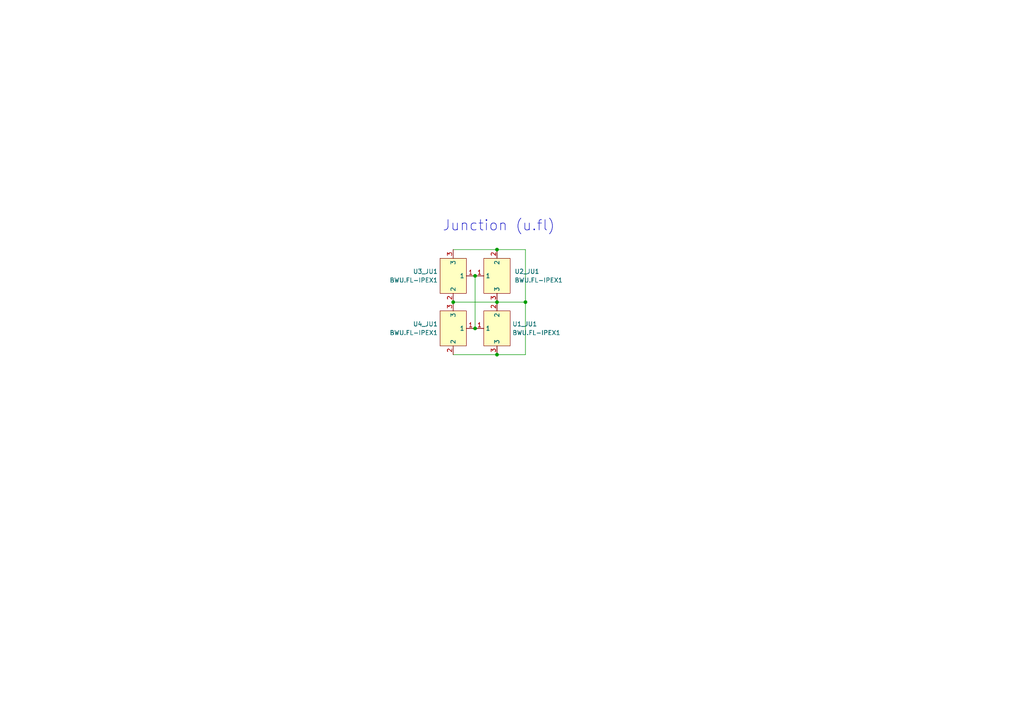
<source format=kicad_sch>
(kicad_sch (version 20231120) (generator "eeschema") (generator_version "8.0")
  (paper "A4")
  (lib_symbols
    (symbol "easyeda2kicad:BWU.FL-IPEX1"
      (property "Reference" "U" (at 0 12.7 0))
      (property "Value" "BWU.FL-IPEX1" (at 0 -12.7 0))
      (symbol "BWU.FL-IPEX1_0_1"
        (rectangle (start -5.08 5.08) (end 2.54 -5.08) (fill (type background)))
        (pin unspecified line (at 5.08 0 180) (length 2.54) (name "1") (number "1"))
        (pin unspecified line (at -1.27 7.62 270) (length 2.54) (name "2") (number "2"))
        (pin unspecified line (at -1.27 -7.62 90) (length 2.54) (name "3") (number "3"))
      )
    )
  )
  (junction (at 144.145 102.87))
  (junction (at 137.795 80.01))
  (junction (at 144.145 87.63))
  (junction (at 152.4 87.63))
  (junction (at 144.145 72.39))
  (junction (at 137.795 95.25))
  (junction (at 131.445 87.63))
  (wire (pts (xy 152.4 102.87) (xy 152.4 87.63)))
  (wire (pts (xy 137.795 80.01) (xy 137.795 95.25)))
  (wire (pts (xy 144.145 87.63) (xy 152.4 87.63)))
  (wire (pts (xy 131.445 87.63) (xy 144.145 87.63)))
  (wire (pts (xy 152.4 87.63) (xy 152.4 72.39)))
  (wire (pts (xy 152.4 72.39) (xy 144.145 72.39)))
  (wire (pts (xy 131.445 102.87) (xy 144.145 102.87)))
  (wire (pts (xy 144.145 72.39) (xy 131.445 72.39)))
  (wire (pts (xy 144.145 102.87) (xy 152.4 102.87)))
  (text "Junction (u.fl)" (at 128.27 67.31 0) (effects (font (size 3 3)) (justify left bottom)))
  (symbol (lib_id "easyeda2kicad:BWU.FL-IPEX1") (at 142.875 95.25 0) (mirror y) (unit 1)
    (property "Reference" "U1_JU1" (at 148.59 93.98 0) (effects (justify right)))
    (property "Value" "BWU.FL-IPEX1" (at 148.59 96.52 0) (effects (justify right)))
    (property "Footprint" "easyeda2kicad:IPEX-SMD_BWIPX-1-001E" (effects (hide yes)))
    (property "Description" "1 Inner needle IPEX Board Edge 1.25mm 6GHz 260℃ 50Ω 2mm SMD  RF Connectors / Coaxial Connectors ROHS" (effects (hide yes)))
    (property "MFR" "BWU.FL-IPEX1" (effects (hide yes)))
    (property "LCSC" "C5137195" (effects (hide yes)))
    (property "URL" "https://jlcpcb.com/partdetail/BatWireless-BWU_FLIPEX1/C5137195" (effects (hide yes)))
  )
  (symbol (lib_id "easyeda2kicad:BWU.FL-IPEX1") (at 132.715 95.25 0) (mirror x) (unit 1)
    (property "Reference" "U4_JU1" (at 127 93.98 0) (effects (justify right)))
    (property "Value" "BWU.FL-IPEX1" (at 127 96.52 0) (effects (justify right)))
    (property "Footprint" "easyeda2kicad:IPEX-SMD_BWIPX-1-001E" (effects (hide yes)))
    (property "Description" "1 Inner needle IPEX Board Edge 1.25mm 6GHz 260℃ 50Ω 2mm SMD  RF Connectors / Coaxial Connectors ROHS" (effects (hide yes)))
    (property "MFR" "BWU.FL-IPEX1" (effects (hide yes)))
    (property "LCSC" "C5137195" (effects (hide yes)))
    (property "URL" "https://jlcpcb.com/partdetail/BatWireless-BWU_FLIPEX1/C5137195" (effects (hide yes)))
  )
  (symbol (lib_id "easyeda2kicad:BWU.FL-IPEX1") (at 142.875 80.01 0) (mirror y) (unit 1)
    (property "Reference" "U2_JU1" (at 149.225 78.74 0) (effects (justify right)))
    (property "Value" "BWU.FL-IPEX1" (at 149.225 81.28 0) (effects (justify right)))
    (property "Footprint" "easyeda2kicad:IPEX-SMD_BWIPX-1-001E" (effects (hide yes)))
    (property "Description" "1 Inner needle IPEX Board Edge 1.25mm 6GHz 260℃ 50Ω 2mm SMD  RF Connectors / Coaxial Connectors ROHS" (effects (hide yes)))
    (property "MFR" "BWU.FL-IPEX1" (effects (hide yes)))
    (property "LCSC" "C5137195" (effects (hide yes)))
    (property "URL" "https://jlcpcb.com/partdetail/BatWireless-BWU_FLIPEX1/C5137195" (effects (hide yes)))
  )
  (symbol (lib_id "easyeda2kicad:BWU.FL-IPEX1") (at 132.715 80.01 0) (mirror x) (unit 1)
    (property "Reference" "U3_JU1" (at 127 78.74 0) (effects (justify right)))
    (property "Value" "BWU.FL-IPEX1" (at 127 81.28 0) (effects (justify right)))
    (property "Footprint" "easyeda2kicad:IPEX-SMD_BWIPX-1-001E" (effects (hide yes)))
    (property "Description" "1 Inner needle IPEX Board Edge 1.25mm 6GHz 260℃ 50Ω 2mm SMD  RF Connectors / Coaxial Connectors ROHS" (effects (hide yes)))
    (property "MFR" "BWU.FL-IPEX1" (effects (hide yes)))
    (property "LCSC" "C5137195" (effects (hide yes)))
    (property "URL" "https://jlcpcb.com/partdetail/BatWireless-BWU_FLIPEX1/C5137195" (effects (hide yes)))
  )
)
</source>
